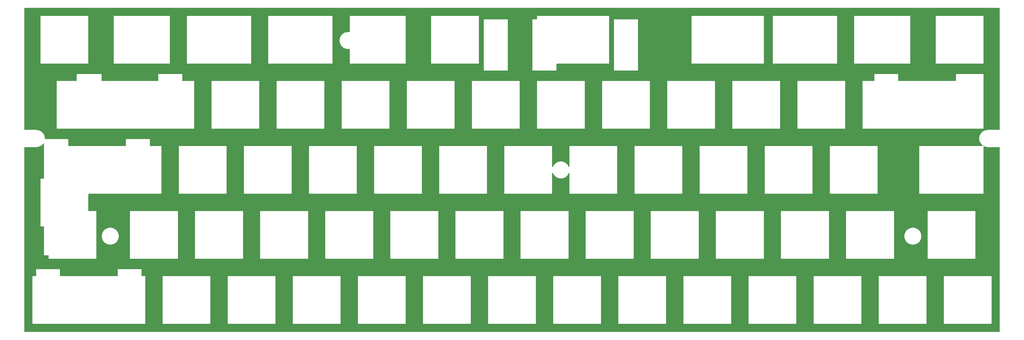
<source format=gbr>
G04 #@! TF.GenerationSoftware,KiCad,Pcbnew,(5.99.0-12762-g961c127ebe)*
G04 #@! TF.CreationDate,2021-11-23T00:09:19+09:00*
G04 #@! TF.ProjectId,plate3,706c6174-6533-42e6-9b69-6361645f7063,rev?*
G04 #@! TF.SameCoordinates,Original*
G04 #@! TF.FileFunction,Soldermask,Top*
G04 #@! TF.FilePolarity,Negative*
%FSLAX46Y46*%
G04 Gerber Fmt 4.6, Leading zero omitted, Abs format (unit mm)*
G04 Created by KiCad (PCBNEW (5.99.0-12762-g961c127ebe)) date 2021-11-23 00:09:19*
%MOMM*%
%LPD*%
G01*
G04 APERTURE LIST*
G04 APERTURE END LIST*
G36*
X301159925Y-37782602D02*
G01*
X301206418Y-37836258D01*
X301217804Y-37888597D01*
X301218713Y-73372197D01*
X301198713Y-73440318D01*
X301145058Y-73486812D01*
X301092713Y-73498200D01*
X297723465Y-73498200D01*
X297713596Y-73498978D01*
X296955193Y-73619350D01*
X296936602Y-73625389D01*
X296258383Y-73970579D01*
X296242461Y-73982156D01*
X295703883Y-74522011D01*
X295692427Y-74537794D01*
X295345879Y-75217574D01*
X295339825Y-75236185D01*
X295220311Y-75988085D01*
X295220308Y-76007718D01*
X295339826Y-76761401D01*
X295345887Y-76780039D01*
X295692432Y-77459519D01*
X295703870Y-77475280D01*
X296211743Y-77984634D01*
X296245677Y-78046996D01*
X296240509Y-78117804D01*
X296197880Y-78174578D01*
X296131324Y-78199292D01*
X296122518Y-78199600D01*
X277755165Y-78199600D01*
X277739926Y-78204075D01*
X277738721Y-78205465D01*
X277737050Y-78213148D01*
X277737050Y-92181485D01*
X277741525Y-92196724D01*
X277742915Y-92197929D01*
X277750598Y-92199600D01*
X296481435Y-92199600D01*
X296496674Y-92195125D01*
X296497879Y-92193735D01*
X296499550Y-92186052D01*
X296499550Y-78355092D01*
X296519552Y-78286971D01*
X296573208Y-78240478D01*
X296643482Y-78230374D01*
X296682664Y-78242780D01*
X296936619Y-78371924D01*
X296955172Y-78377950D01*
X297712210Y-78498319D01*
X297722095Y-78499100D01*
X301092714Y-78499100D01*
X301160835Y-78519102D01*
X301207328Y-78572758D01*
X301218714Y-78625102D01*
X301217803Y-132510603D01*
X301197800Y-132578724D01*
X301144143Y-132625216D01*
X301091803Y-132636601D01*
X15969800Y-132636601D01*
X15901679Y-132616599D01*
X15855186Y-132562943D01*
X15843800Y-132510601D01*
X15843800Y-130281485D01*
X18180787Y-130281485D01*
X18185262Y-130296724D01*
X18186652Y-130297929D01*
X18194335Y-130299600D01*
X51212674Y-130299600D01*
X51227913Y-130295125D01*
X51229118Y-130293735D01*
X51230789Y-130286052D01*
X51230789Y-130281485D01*
X56280800Y-130281485D01*
X56285275Y-130296724D01*
X56286665Y-130297929D01*
X56294348Y-130299600D01*
X70262685Y-130299600D01*
X70277924Y-130295125D01*
X70279129Y-130293735D01*
X70280800Y-130286052D01*
X70280800Y-130281485D01*
X75330800Y-130281485D01*
X75335275Y-130296724D01*
X75336665Y-130297929D01*
X75344348Y-130299600D01*
X89312685Y-130299600D01*
X89327924Y-130295125D01*
X89329129Y-130293735D01*
X89330800Y-130286052D01*
X89330800Y-130281485D01*
X94380800Y-130281485D01*
X94385275Y-130296724D01*
X94386665Y-130297929D01*
X94394348Y-130299600D01*
X108362685Y-130299600D01*
X108377924Y-130295125D01*
X108379129Y-130293735D01*
X108380800Y-130286052D01*
X108380800Y-130281485D01*
X113430800Y-130281485D01*
X113435275Y-130296724D01*
X113436665Y-130297929D01*
X113444348Y-130299600D01*
X127412685Y-130299600D01*
X127427924Y-130295125D01*
X127429129Y-130293735D01*
X127430800Y-130286052D01*
X127430800Y-130281485D01*
X132480800Y-130281485D01*
X132485275Y-130296724D01*
X132486665Y-130297929D01*
X132494348Y-130299600D01*
X146462685Y-130299600D01*
X146477924Y-130295125D01*
X146479129Y-130293735D01*
X146480800Y-130286052D01*
X146480800Y-130281485D01*
X151530800Y-130281485D01*
X151535275Y-130296724D01*
X151536665Y-130297929D01*
X151544348Y-130299600D01*
X165512685Y-130299600D01*
X165527924Y-130295125D01*
X165529129Y-130293735D01*
X165530800Y-130286052D01*
X165530800Y-130281485D01*
X170580801Y-130281485D01*
X170585276Y-130296724D01*
X170586666Y-130297929D01*
X170594349Y-130299600D01*
X184562685Y-130299600D01*
X184577924Y-130295125D01*
X184579129Y-130293735D01*
X184580800Y-130286052D01*
X184580800Y-130281485D01*
X189630800Y-130281485D01*
X189635275Y-130296724D01*
X189636665Y-130297929D01*
X189644348Y-130299600D01*
X203612685Y-130299600D01*
X203627924Y-130295125D01*
X203629129Y-130293735D01*
X203630800Y-130286052D01*
X203630800Y-130281485D01*
X208680800Y-130281485D01*
X208685275Y-130296724D01*
X208686665Y-130297929D01*
X208694348Y-130299600D01*
X222662685Y-130299600D01*
X222677924Y-130295125D01*
X222679129Y-130293735D01*
X222680800Y-130286052D01*
X222680800Y-130281485D01*
X227730800Y-130281485D01*
X227735275Y-130296724D01*
X227736665Y-130297929D01*
X227744348Y-130299600D01*
X241712685Y-130299600D01*
X241727924Y-130295125D01*
X241729129Y-130293735D01*
X241730800Y-130286052D01*
X241730800Y-130281485D01*
X246780800Y-130281485D01*
X246785275Y-130296724D01*
X246786665Y-130297929D01*
X246794348Y-130299600D01*
X260762685Y-130299600D01*
X260777924Y-130295125D01*
X260779129Y-130293735D01*
X260780800Y-130286052D01*
X260780800Y-130281485D01*
X265830800Y-130281485D01*
X265835275Y-130296724D01*
X265836665Y-130297929D01*
X265844348Y-130299600D01*
X279812685Y-130299600D01*
X279827924Y-130295125D01*
X279829129Y-130293735D01*
X279830800Y-130286052D01*
X279830800Y-130281485D01*
X284880801Y-130281485D01*
X284885276Y-130296724D01*
X284886666Y-130297929D01*
X284894349Y-130299600D01*
X298862685Y-130299600D01*
X298877924Y-130295125D01*
X298879129Y-130293735D01*
X298880800Y-130286052D01*
X298880800Y-116317716D01*
X298876325Y-116302477D01*
X298874935Y-116301272D01*
X298867252Y-116299601D01*
X284898916Y-116299601D01*
X284883677Y-116304076D01*
X284882472Y-116305466D01*
X284880801Y-116313149D01*
X284880801Y-130281485D01*
X279830800Y-130281485D01*
X279830800Y-116317716D01*
X279826325Y-116302477D01*
X279824935Y-116301272D01*
X279817252Y-116299601D01*
X265848915Y-116299601D01*
X265833676Y-116304076D01*
X265832471Y-116305466D01*
X265830800Y-116313149D01*
X265830800Y-130281485D01*
X260780800Y-130281485D01*
X260780800Y-116317716D01*
X260776325Y-116302477D01*
X260774935Y-116301272D01*
X260767252Y-116299601D01*
X246798915Y-116299601D01*
X246783676Y-116304076D01*
X246782471Y-116305466D01*
X246780800Y-116313149D01*
X246780800Y-130281485D01*
X241730800Y-130281485D01*
X241730800Y-116317716D01*
X241726325Y-116302477D01*
X241724935Y-116301272D01*
X241717252Y-116299601D01*
X227748915Y-116299601D01*
X227733676Y-116304076D01*
X227732471Y-116305466D01*
X227730800Y-116313149D01*
X227730800Y-130281485D01*
X222680800Y-130281485D01*
X222680800Y-116317716D01*
X222676325Y-116302477D01*
X222674935Y-116301272D01*
X222667252Y-116299601D01*
X208698915Y-116299601D01*
X208683676Y-116304076D01*
X208682471Y-116305466D01*
X208680800Y-116313149D01*
X208680800Y-130281485D01*
X203630800Y-130281485D01*
X203630800Y-116317716D01*
X203626325Y-116302477D01*
X203624935Y-116301272D01*
X203617252Y-116299601D01*
X189648915Y-116299601D01*
X189633676Y-116304076D01*
X189632471Y-116305466D01*
X189630800Y-116313149D01*
X189630800Y-130281485D01*
X184580800Y-130281485D01*
X184580800Y-116317716D01*
X184576325Y-116302477D01*
X184574935Y-116301272D01*
X184567252Y-116299601D01*
X170598916Y-116299601D01*
X170583677Y-116304076D01*
X170582472Y-116305466D01*
X170580801Y-116313149D01*
X170580801Y-130281485D01*
X165530800Y-130281485D01*
X165530800Y-116317716D01*
X165526325Y-116302477D01*
X165524935Y-116301272D01*
X165517252Y-116299601D01*
X151548915Y-116299601D01*
X151533676Y-116304076D01*
X151532471Y-116305466D01*
X151530800Y-116313149D01*
X151530800Y-130281485D01*
X146480800Y-130281485D01*
X146480800Y-116317716D01*
X146476325Y-116302477D01*
X146474935Y-116301272D01*
X146467252Y-116299601D01*
X132498915Y-116299601D01*
X132483676Y-116304076D01*
X132482471Y-116305466D01*
X132480800Y-116313149D01*
X132480800Y-130281485D01*
X127430800Y-130281485D01*
X127430800Y-116317716D01*
X127426325Y-116302477D01*
X127424935Y-116301272D01*
X127417252Y-116299601D01*
X113448915Y-116299601D01*
X113433676Y-116304076D01*
X113432471Y-116305466D01*
X113430800Y-116313149D01*
X113430800Y-130281485D01*
X108380800Y-130281485D01*
X108380800Y-116317716D01*
X108376325Y-116302477D01*
X108374935Y-116301272D01*
X108367252Y-116299601D01*
X94398915Y-116299601D01*
X94383676Y-116304076D01*
X94382471Y-116305466D01*
X94380800Y-116313149D01*
X94380800Y-130281485D01*
X89330800Y-130281485D01*
X89330800Y-116317716D01*
X89326325Y-116302477D01*
X89324935Y-116301272D01*
X89317252Y-116299601D01*
X75348915Y-116299601D01*
X75333676Y-116304076D01*
X75332471Y-116305466D01*
X75330800Y-116313149D01*
X75330800Y-130281485D01*
X70280800Y-130281485D01*
X70280800Y-116317716D01*
X70276325Y-116302477D01*
X70274935Y-116301272D01*
X70267252Y-116299601D01*
X56298915Y-116299601D01*
X56283676Y-116304076D01*
X56282471Y-116305466D01*
X56280800Y-116313149D01*
X56280800Y-130281485D01*
X51230789Y-130281485D01*
X51230789Y-116317715D01*
X51226314Y-116302476D01*
X51224924Y-116301271D01*
X51217241Y-116299600D01*
X50269880Y-116299600D01*
X50201759Y-116279598D01*
X50155266Y-116225942D01*
X50143880Y-116173605D01*
X50143801Y-114317717D01*
X50139325Y-114302476D01*
X50137933Y-114301270D01*
X50130256Y-114299600D01*
X43161915Y-114299600D01*
X43146676Y-114304075D01*
X43145471Y-114305465D01*
X43143800Y-114313148D01*
X43143800Y-116173600D01*
X43123798Y-116241721D01*
X43070142Y-116288214D01*
X43017800Y-116299600D01*
X41705800Y-116299601D01*
X26393733Y-116299601D01*
X26325612Y-116279599D01*
X26279119Y-116225943D01*
X26267733Y-116173596D01*
X26267799Y-114317715D01*
X26263325Y-114302476D01*
X26261935Y-114301271D01*
X26254253Y-114299600D01*
X19285915Y-114299600D01*
X19270676Y-114304075D01*
X19269471Y-114305465D01*
X19267800Y-114313148D01*
X19267800Y-116173600D01*
X19247798Y-116241721D01*
X19194142Y-116288214D01*
X19141800Y-116299600D01*
X18198902Y-116299600D01*
X18183663Y-116304075D01*
X18182458Y-116305465D01*
X18180787Y-116313148D01*
X18180787Y-130281485D01*
X15843800Y-130281485D01*
X15843800Y-78625100D01*
X15863802Y-78556979D01*
X15917458Y-78510486D01*
X15969800Y-78499100D01*
X19339838Y-78499100D01*
X19349701Y-78498322D01*
X20108044Y-78377949D01*
X20126607Y-78371922D01*
X20804905Y-78027024D01*
X20820847Y-78015439D01*
X21346858Y-77488285D01*
X21409133Y-77454193D01*
X21479954Y-77459181D01*
X21536836Y-77501666D01*
X21561719Y-77568159D01*
X21562050Y-77577284D01*
X21562050Y-87598600D01*
X21542048Y-87666721D01*
X21488392Y-87713214D01*
X21436050Y-87724600D01*
X20580165Y-87724600D01*
X20564926Y-87729075D01*
X20563721Y-87730465D01*
X20562050Y-87738148D01*
X20562050Y-101706485D01*
X20566525Y-101721724D01*
X20567915Y-101722929D01*
X20575598Y-101724600D01*
X21436050Y-101724600D01*
X21504171Y-101744602D01*
X21550664Y-101798258D01*
X21562050Y-101850600D01*
X21562050Y-110144485D01*
X21566525Y-110159724D01*
X21567915Y-110160929D01*
X21575598Y-110162600D01*
X22817300Y-110162600D01*
X22885421Y-110182602D01*
X22931914Y-110236258D01*
X22943300Y-110288600D01*
X22943300Y-111231486D01*
X22947775Y-111246725D01*
X22949165Y-111247930D01*
X22956848Y-111249601D01*
X36925185Y-111249601D01*
X36940424Y-111245126D01*
X36941629Y-111243736D01*
X36943300Y-111236053D01*
X36943300Y-111231486D01*
X46755800Y-111231486D01*
X46760275Y-111246725D01*
X46761665Y-111247930D01*
X46769348Y-111249601D01*
X60737685Y-111249601D01*
X60752924Y-111245126D01*
X60754129Y-111243736D01*
X60755800Y-111236053D01*
X60755800Y-111231486D01*
X65805800Y-111231486D01*
X65810275Y-111246725D01*
X65811665Y-111247930D01*
X65819348Y-111249601D01*
X79787685Y-111249601D01*
X79802924Y-111245126D01*
X79804129Y-111243736D01*
X79805800Y-111236053D01*
X79805800Y-111231486D01*
X84855800Y-111231486D01*
X84860275Y-111246725D01*
X84861665Y-111247930D01*
X84869348Y-111249601D01*
X98837685Y-111249601D01*
X98852924Y-111245126D01*
X98854129Y-111243736D01*
X98855800Y-111236053D01*
X98855800Y-111231486D01*
X103905800Y-111231486D01*
X103910275Y-111246725D01*
X103911665Y-111247930D01*
X103919348Y-111249601D01*
X117887685Y-111249601D01*
X117902924Y-111245126D01*
X117904129Y-111243736D01*
X117905800Y-111236053D01*
X117905800Y-111231486D01*
X122955800Y-111231486D01*
X122960275Y-111246725D01*
X122961665Y-111247930D01*
X122969348Y-111249601D01*
X136937685Y-111249601D01*
X136952924Y-111245126D01*
X136954129Y-111243736D01*
X136955800Y-111236053D01*
X136955800Y-111231486D01*
X142005800Y-111231486D01*
X142010275Y-111246725D01*
X142011665Y-111247930D01*
X142019348Y-111249601D01*
X155987685Y-111249601D01*
X156002924Y-111245126D01*
X156004129Y-111243736D01*
X156005800Y-111236053D01*
X156005800Y-111231486D01*
X161055800Y-111231486D01*
X161060275Y-111246725D01*
X161061665Y-111247930D01*
X161069348Y-111249601D01*
X175037685Y-111249601D01*
X175052924Y-111245126D01*
X175054129Y-111243736D01*
X175055800Y-111236053D01*
X175055800Y-111231486D01*
X180105800Y-111231486D01*
X180110275Y-111246725D01*
X180111665Y-111247930D01*
X180119348Y-111249601D01*
X194087685Y-111249601D01*
X194102924Y-111245126D01*
X194104129Y-111243736D01*
X194105800Y-111236053D01*
X194105800Y-111231486D01*
X199155800Y-111231486D01*
X199160275Y-111246725D01*
X199161665Y-111247930D01*
X199169348Y-111249601D01*
X213137685Y-111249601D01*
X213152924Y-111245126D01*
X213154129Y-111243736D01*
X213155800Y-111236053D01*
X213155800Y-111231486D01*
X218205800Y-111231486D01*
X218210275Y-111246725D01*
X218211665Y-111247930D01*
X218219348Y-111249601D01*
X232187685Y-111249601D01*
X232202924Y-111245126D01*
X232204129Y-111243736D01*
X232205800Y-111236053D01*
X232205800Y-111231486D01*
X237255800Y-111231486D01*
X237260275Y-111246725D01*
X237261665Y-111247930D01*
X237269348Y-111249601D01*
X251237685Y-111249601D01*
X251252924Y-111245126D01*
X251254129Y-111243736D01*
X251255800Y-111236053D01*
X251255800Y-111231486D01*
X256305800Y-111231486D01*
X256310275Y-111246725D01*
X256311665Y-111247930D01*
X256319348Y-111249601D01*
X270287686Y-111249601D01*
X270302925Y-111245126D01*
X270304130Y-111243736D01*
X270305801Y-111236053D01*
X270305801Y-111231486D01*
X280118300Y-111231486D01*
X280122775Y-111246725D01*
X280124165Y-111247930D01*
X280131848Y-111249601D01*
X294100185Y-111249601D01*
X294115424Y-111245126D01*
X294116629Y-111243736D01*
X294118300Y-111236053D01*
X294118300Y-97267715D01*
X294113825Y-97252476D01*
X294112435Y-97251271D01*
X294104752Y-97249600D01*
X280136415Y-97249600D01*
X280121176Y-97254075D01*
X280119971Y-97255465D01*
X280118300Y-97263148D01*
X280118300Y-111231486D01*
X270305801Y-111231486D01*
X270305801Y-104607806D01*
X273332954Y-104607806D01*
X273452436Y-105362426D01*
X273458562Y-105381198D01*
X273806448Y-106059717D01*
X273817787Y-106075320D01*
X274355042Y-106615109D01*
X274371015Y-106626739D01*
X275049175Y-106971909D01*
X275067784Y-106977950D01*
X275821310Y-107097251D01*
X275840890Y-107097251D01*
X276594418Y-106977950D01*
X276613027Y-106971909D01*
X277291255Y-106626703D01*
X277307120Y-106615184D01*
X277847069Y-106075430D01*
X277858608Y-106059540D01*
X278203714Y-105381121D01*
X278209749Y-105362527D01*
X278329346Y-104607815D01*
X278329341Y-104588189D01*
X278209751Y-103835855D01*
X278203720Y-103817296D01*
X277858609Y-103138964D01*
X277847067Y-103123069D01*
X277307124Y-102583223D01*
X277291251Y-102571696D01*
X276612980Y-102226469D01*
X276594474Y-102220443D01*
X275840998Y-102099785D01*
X275821202Y-102099785D01*
X275067728Y-102220443D01*
X275049222Y-102226469D01*
X274371021Y-102571660D01*
X274355038Y-102583296D01*
X273817785Y-103123184D01*
X273806448Y-103138785D01*
X273458557Y-103817214D01*
X273452434Y-103835964D01*
X273332958Y-104588195D01*
X273332954Y-104607806D01*
X270305801Y-104607806D01*
X270305801Y-97267715D01*
X270301326Y-97252476D01*
X270299936Y-97251271D01*
X270292253Y-97249600D01*
X256323915Y-97249600D01*
X256308676Y-97254075D01*
X256307471Y-97255465D01*
X256305800Y-97263148D01*
X256305800Y-111231486D01*
X251255800Y-111231486D01*
X251255800Y-97267715D01*
X251251325Y-97252476D01*
X251249935Y-97251271D01*
X251242252Y-97249600D01*
X237273915Y-97249600D01*
X237258676Y-97254075D01*
X237257471Y-97255465D01*
X237255800Y-97263148D01*
X237255800Y-111231486D01*
X232205800Y-111231486D01*
X232205800Y-97267715D01*
X232201325Y-97252476D01*
X232199935Y-97251271D01*
X232192252Y-97249600D01*
X218223915Y-97249600D01*
X218208676Y-97254075D01*
X218207471Y-97255465D01*
X218205800Y-97263148D01*
X218205800Y-111231486D01*
X213155800Y-111231486D01*
X213155800Y-97267715D01*
X213151325Y-97252476D01*
X213149935Y-97251271D01*
X213142252Y-97249600D01*
X199173915Y-97249600D01*
X199158676Y-97254075D01*
X199157471Y-97255465D01*
X199155800Y-97263148D01*
X199155800Y-111231486D01*
X194105800Y-111231486D01*
X194105800Y-97267715D01*
X194101325Y-97252476D01*
X194099935Y-97251271D01*
X194092252Y-97249600D01*
X180123915Y-97249600D01*
X180108676Y-97254075D01*
X180107471Y-97255465D01*
X180105800Y-97263148D01*
X180105800Y-111231486D01*
X175055800Y-111231486D01*
X175055800Y-97267715D01*
X175051325Y-97252476D01*
X175049935Y-97251271D01*
X175042252Y-97249600D01*
X161073915Y-97249600D01*
X161058676Y-97254075D01*
X161057471Y-97255465D01*
X161055800Y-97263148D01*
X161055800Y-111231486D01*
X156005800Y-111231486D01*
X156005800Y-97267715D01*
X156001325Y-97252476D01*
X155999935Y-97251271D01*
X155992252Y-97249600D01*
X142023915Y-97249600D01*
X142008676Y-97254075D01*
X142007471Y-97255465D01*
X142005800Y-97263148D01*
X142005800Y-111231486D01*
X136955800Y-111231486D01*
X136955800Y-97267715D01*
X136951325Y-97252476D01*
X136949935Y-97251271D01*
X136942252Y-97249600D01*
X122973915Y-97249600D01*
X122958676Y-97254075D01*
X122957471Y-97255465D01*
X122955800Y-97263148D01*
X122955800Y-111231486D01*
X117905800Y-111231486D01*
X117905800Y-97267715D01*
X117901325Y-97252476D01*
X117899935Y-97251271D01*
X117892252Y-97249600D01*
X103923915Y-97249600D01*
X103908676Y-97254075D01*
X103907471Y-97255465D01*
X103905800Y-97263148D01*
X103905800Y-111231486D01*
X98855800Y-111231486D01*
X98855800Y-97267715D01*
X98851325Y-97252476D01*
X98849935Y-97251271D01*
X98842252Y-97249600D01*
X84873915Y-97249600D01*
X84858676Y-97254075D01*
X84857471Y-97255465D01*
X84855800Y-97263148D01*
X84855800Y-111231486D01*
X79805800Y-111231486D01*
X79805800Y-97267715D01*
X79801325Y-97252476D01*
X79799935Y-97251271D01*
X79792252Y-97249600D01*
X65823915Y-97249600D01*
X65808676Y-97254075D01*
X65807471Y-97255465D01*
X65805800Y-97263148D01*
X65805800Y-111231486D01*
X60755800Y-111231486D01*
X60755800Y-97267715D01*
X60751325Y-97252476D01*
X60749935Y-97251271D01*
X60742252Y-97249600D01*
X46773915Y-97249600D01*
X46758676Y-97254075D01*
X46757471Y-97255465D01*
X46755800Y-97263148D01*
X46755800Y-111231486D01*
X36943300Y-111231486D01*
X36943300Y-104607837D01*
X38483364Y-104607837D01*
X38603245Y-105362512D01*
X38609303Y-105381130D01*
X38955311Y-106059600D01*
X38966781Y-106075392D01*
X39505752Y-106615142D01*
X39521693Y-106626720D01*
X40200998Y-106971928D01*
X40219551Y-106977947D01*
X40972006Y-107097248D01*
X40991596Y-107097250D01*
X41745042Y-106977946D01*
X41763608Y-106971925D01*
X42442908Y-106626720D01*
X42458849Y-106615142D01*
X42997819Y-106075392D01*
X43009289Y-106059600D01*
X43355279Y-105381167D01*
X43361349Y-105362468D01*
X43480263Y-104607764D01*
X43480258Y-104588240D01*
X43361352Y-103835923D01*
X43355283Y-103817245D01*
X43009288Y-103138901D01*
X42997821Y-103123110D01*
X42458847Y-102583259D01*
X42442906Y-102571680D01*
X41763566Y-102226455D01*
X41745091Y-102220446D01*
X40991710Y-102099787D01*
X40971892Y-102099789D01*
X40219500Y-102220446D01*
X40201044Y-102226451D01*
X39521691Y-102571682D01*
X39505755Y-102583257D01*
X38966779Y-103123110D01*
X38955312Y-103138901D01*
X38609298Y-103817283D01*
X38603242Y-103835878D01*
X38483368Y-104588164D01*
X38483364Y-104607837D01*
X36943300Y-104607837D01*
X36943300Y-97267715D01*
X36938825Y-97252476D01*
X36937435Y-97251271D01*
X36929752Y-97249600D01*
X34688050Y-97249600D01*
X34619929Y-97229598D01*
X34573436Y-97175942D01*
X34562050Y-97123600D01*
X34562050Y-92331273D01*
X34582052Y-92263152D01*
X34635708Y-92216659D01*
X34687952Y-92205273D01*
X41993300Y-92199600D01*
X55975185Y-92199600D01*
X55990424Y-92195125D01*
X55991629Y-92193735D01*
X55993300Y-92186052D01*
X55993300Y-92181485D01*
X61043300Y-92181485D01*
X61047775Y-92196724D01*
X61049165Y-92197929D01*
X61056848Y-92199600D01*
X75025185Y-92199600D01*
X75040424Y-92195125D01*
X75041629Y-92193735D01*
X75043300Y-92186052D01*
X75043300Y-92181485D01*
X80093300Y-92181485D01*
X80097775Y-92196724D01*
X80099165Y-92197929D01*
X80106848Y-92199600D01*
X94075185Y-92199600D01*
X94090424Y-92195125D01*
X94091629Y-92193735D01*
X94093300Y-92186052D01*
X94093300Y-92181485D01*
X99143300Y-92181485D01*
X99147775Y-92196724D01*
X99149165Y-92197929D01*
X99156848Y-92199600D01*
X113125185Y-92199600D01*
X113140424Y-92195125D01*
X113141629Y-92193735D01*
X113143300Y-92186052D01*
X113143300Y-92181485D01*
X118193300Y-92181485D01*
X118197775Y-92196724D01*
X118199165Y-92197929D01*
X118206848Y-92199600D01*
X132175185Y-92199600D01*
X132190424Y-92195125D01*
X132191629Y-92193735D01*
X132193300Y-92186052D01*
X132193300Y-92181485D01*
X137243300Y-92181485D01*
X137247775Y-92196724D01*
X137249165Y-92197929D01*
X137256848Y-92199600D01*
X151225185Y-92199600D01*
X151240424Y-92195125D01*
X151241629Y-92193735D01*
X151243300Y-92186052D01*
X151243300Y-92181485D01*
X156293300Y-92181485D01*
X156297775Y-92196724D01*
X156299165Y-92197929D01*
X156306848Y-92199600D01*
X170275185Y-92199600D01*
X170290424Y-92195125D01*
X170291629Y-92193735D01*
X170293300Y-92186052D01*
X170293300Y-86182435D01*
X170313302Y-86114314D01*
X170366958Y-86067821D01*
X170437232Y-86057717D01*
X170501812Y-86087211D01*
X170531598Y-86125293D01*
X170803299Y-86659255D01*
X170814819Y-86675122D01*
X171354773Y-87215271D01*
X171370655Y-87226807D01*
X172048925Y-87571985D01*
X172067639Y-87578041D01*
X172821115Y-87695985D01*
X172840485Y-87695985D01*
X173593961Y-87578041D01*
X173612675Y-87571985D01*
X174290945Y-87226807D01*
X174306827Y-87215271D01*
X174846855Y-86675048D01*
X174858284Y-86659363D01*
X175105198Y-86178191D01*
X175154094Y-86126716D01*
X175223058Y-86109848D01*
X175290194Y-86132942D01*
X175334186Y-86188666D01*
X175343300Y-86235716D01*
X175343300Y-92181485D01*
X175347775Y-92196724D01*
X175349165Y-92197929D01*
X175356848Y-92199600D01*
X189325185Y-92199600D01*
X189340424Y-92195125D01*
X189341629Y-92193735D01*
X189343300Y-92186052D01*
X189343300Y-92181485D01*
X194393300Y-92181485D01*
X194397775Y-92196724D01*
X194399165Y-92197929D01*
X194406848Y-92199600D01*
X208375185Y-92199600D01*
X208390424Y-92195125D01*
X208391629Y-92193735D01*
X208393300Y-92186052D01*
X208393300Y-92181485D01*
X213443300Y-92181485D01*
X213447775Y-92196724D01*
X213449165Y-92197929D01*
X213456848Y-92199600D01*
X227425185Y-92199600D01*
X227440424Y-92195125D01*
X227441629Y-92193735D01*
X227443300Y-92186052D01*
X227443300Y-92181485D01*
X232493300Y-92181485D01*
X232497775Y-92196724D01*
X232499165Y-92197929D01*
X232506848Y-92199600D01*
X246475185Y-92199600D01*
X246490424Y-92195125D01*
X246491629Y-92193735D01*
X246493300Y-92186052D01*
X246493300Y-92181485D01*
X251543300Y-92181485D01*
X251547775Y-92196724D01*
X251549165Y-92197929D01*
X251556848Y-92199600D01*
X265525185Y-92199600D01*
X265540424Y-92195125D01*
X265541629Y-92193735D01*
X265543300Y-92186052D01*
X265543300Y-78217715D01*
X265538825Y-78202476D01*
X265537435Y-78201271D01*
X265529752Y-78199600D01*
X251561415Y-78199600D01*
X251546176Y-78204075D01*
X251544971Y-78205465D01*
X251543300Y-78213148D01*
X251543300Y-92181485D01*
X246493300Y-92181485D01*
X246493300Y-78217715D01*
X246488825Y-78202476D01*
X246487435Y-78201271D01*
X246479752Y-78199600D01*
X232511415Y-78199600D01*
X232496176Y-78204075D01*
X232494971Y-78205465D01*
X232493300Y-78213148D01*
X232493300Y-92181485D01*
X227443300Y-92181485D01*
X227443300Y-78217715D01*
X227438825Y-78202476D01*
X227437435Y-78201271D01*
X227429752Y-78199600D01*
X213461415Y-78199600D01*
X213446176Y-78204075D01*
X213444971Y-78205465D01*
X213443300Y-78213148D01*
X213443300Y-92181485D01*
X208393300Y-92181485D01*
X208393300Y-78217715D01*
X208388825Y-78202476D01*
X208387435Y-78201271D01*
X208379752Y-78199600D01*
X194411415Y-78199600D01*
X194396176Y-78204075D01*
X194394971Y-78205465D01*
X194393300Y-78213148D01*
X194393300Y-92181485D01*
X189343300Y-92181485D01*
X189343300Y-78217715D01*
X189338825Y-78202476D01*
X189337435Y-78201271D01*
X189329752Y-78199600D01*
X175361415Y-78199600D01*
X175346176Y-78204075D01*
X175344971Y-78205465D01*
X175343300Y-78213148D01*
X175343300Y-84162352D01*
X175323298Y-84230473D01*
X175269642Y-84276966D01*
X175199368Y-84287070D01*
X175134788Y-84257576D01*
X175105138Y-84219760D01*
X174858312Y-83737515D01*
X174846788Y-83721709D01*
X174306762Y-83183242D01*
X174291046Y-83171827D01*
X173612643Y-82825219D01*
X173593993Y-82819143D01*
X172840620Y-82699460D01*
X172820980Y-82699460D01*
X172067607Y-82819143D01*
X172048957Y-82825219D01*
X171370554Y-83171827D01*
X171354838Y-83183242D01*
X170814889Y-83721631D01*
X170803269Y-83737628D01*
X170531658Y-84272794D01*
X170482991Y-84324487D01*
X170414104Y-84341663D01*
X170346866Y-84318868D01*
X170302625Y-84263341D01*
X170293300Y-84215770D01*
X170293300Y-78217715D01*
X170288825Y-78202476D01*
X170287435Y-78201271D01*
X170279752Y-78199600D01*
X156311415Y-78199600D01*
X156296176Y-78204075D01*
X156294971Y-78205465D01*
X156293300Y-78213148D01*
X156293300Y-92181485D01*
X151243300Y-92181485D01*
X151243300Y-78217715D01*
X151238825Y-78202476D01*
X151237435Y-78201271D01*
X151229752Y-78199600D01*
X137261415Y-78199600D01*
X137246176Y-78204075D01*
X137244971Y-78205465D01*
X137243300Y-78213148D01*
X137243300Y-92181485D01*
X132193300Y-92181485D01*
X132193300Y-78217715D01*
X132188825Y-78202476D01*
X132187435Y-78201271D01*
X132179752Y-78199600D01*
X118211415Y-78199600D01*
X118196176Y-78204075D01*
X118194971Y-78205465D01*
X118193300Y-78213148D01*
X118193300Y-92181485D01*
X113143300Y-92181485D01*
X113143300Y-78217715D01*
X113138825Y-78202476D01*
X113137435Y-78201271D01*
X113129752Y-78199600D01*
X99161415Y-78199600D01*
X99146176Y-78204075D01*
X99144971Y-78205465D01*
X99143300Y-78213148D01*
X99143300Y-92181485D01*
X94093300Y-92181485D01*
X94093300Y-78217715D01*
X94088825Y-78202476D01*
X94087435Y-78201271D01*
X94079752Y-78199600D01*
X80111415Y-78199600D01*
X80096176Y-78204075D01*
X80094971Y-78205465D01*
X80093300Y-78213148D01*
X80093300Y-92181485D01*
X75043300Y-92181485D01*
X75043300Y-78217715D01*
X75038825Y-78202476D01*
X75037435Y-78201271D01*
X75029752Y-78199600D01*
X61061415Y-78199600D01*
X61046176Y-78204075D01*
X61044971Y-78205465D01*
X61043300Y-78213148D01*
X61043300Y-92181485D01*
X55993300Y-92181485D01*
X55993300Y-78217715D01*
X55988825Y-78202476D01*
X55987435Y-78201271D01*
X55979752Y-78199600D01*
X52651050Y-78199600D01*
X52582929Y-78179598D01*
X52536436Y-78125942D01*
X52525050Y-78073600D01*
X52525050Y-76217715D01*
X52520575Y-76202476D01*
X52519185Y-76201271D01*
X52511502Y-76199600D01*
X45543165Y-76199600D01*
X45527926Y-76204075D01*
X45526721Y-76205465D01*
X45525050Y-76213148D01*
X45525050Y-78073600D01*
X45505048Y-78141721D01*
X45451392Y-78188214D01*
X45399050Y-78199600D01*
X28775050Y-78199600D01*
X28706929Y-78179598D01*
X28660436Y-78125942D01*
X28649050Y-78073600D01*
X28649050Y-76217715D01*
X28644575Y-76202476D01*
X28643185Y-76201271D01*
X28635502Y-76199600D01*
X21959565Y-76199600D01*
X21891444Y-76179598D01*
X21844951Y-76125942D01*
X21835135Y-76053769D01*
X21842231Y-76009243D01*
X21842234Y-75989558D01*
X21722346Y-75236119D01*
X21716345Y-75217623D01*
X21371299Y-74537862D01*
X21359779Y-74521967D01*
X20820836Y-73982147D01*
X20804926Y-73970584D01*
X20126611Y-73625385D01*
X20108035Y-73619351D01*
X19349701Y-73498978D01*
X19339838Y-73498200D01*
X15969800Y-73498200D01*
X15901679Y-73478198D01*
X15855186Y-73424542D01*
X15843800Y-73372200D01*
X15843800Y-73131485D01*
X25324550Y-73131485D01*
X25329025Y-73146724D01*
X25330415Y-73147929D01*
X25338098Y-73149600D01*
X65500185Y-73149600D01*
X65515424Y-73145125D01*
X65516629Y-73143735D01*
X65518300Y-73136052D01*
X65518300Y-73131485D01*
X70568300Y-73131485D01*
X70572775Y-73146724D01*
X70574165Y-73147929D01*
X70581848Y-73149600D01*
X84550185Y-73149600D01*
X84565424Y-73145125D01*
X84566629Y-73143735D01*
X84568300Y-73136052D01*
X84568300Y-73131485D01*
X89618300Y-73131485D01*
X89622775Y-73146724D01*
X89624165Y-73147929D01*
X89631848Y-73149600D01*
X103600185Y-73149600D01*
X103615424Y-73145125D01*
X103616629Y-73143735D01*
X103618300Y-73136052D01*
X103618300Y-73131485D01*
X108668300Y-73131485D01*
X108672775Y-73146724D01*
X108674165Y-73147929D01*
X108681848Y-73149600D01*
X122650185Y-73149600D01*
X122665424Y-73145125D01*
X122666629Y-73143735D01*
X122668300Y-73136052D01*
X122668300Y-73131485D01*
X127718300Y-73131485D01*
X127722775Y-73146724D01*
X127724165Y-73147929D01*
X127731848Y-73149600D01*
X141700185Y-73149600D01*
X141715424Y-73145125D01*
X141716629Y-73143735D01*
X141718300Y-73136052D01*
X141718300Y-73131485D01*
X146768300Y-73131485D01*
X146772775Y-73146724D01*
X146774165Y-73147929D01*
X146781848Y-73149600D01*
X160750185Y-73149600D01*
X160765424Y-73145125D01*
X160766629Y-73143735D01*
X160768300Y-73136052D01*
X160768300Y-73131485D01*
X165818300Y-73131485D01*
X165822775Y-73146724D01*
X165824165Y-73147929D01*
X165831848Y-73149600D01*
X179800185Y-73149600D01*
X179815424Y-73145125D01*
X179816629Y-73143735D01*
X179818300Y-73136052D01*
X179818300Y-73131485D01*
X184868300Y-73131485D01*
X184872775Y-73146724D01*
X184874165Y-73147929D01*
X184881848Y-73149600D01*
X198850185Y-73149600D01*
X198865424Y-73145125D01*
X198866629Y-73143735D01*
X198868300Y-73136052D01*
X198868300Y-73131485D01*
X203918300Y-73131485D01*
X203922775Y-73146724D01*
X203924165Y-73147929D01*
X203931848Y-73149600D01*
X217900185Y-73149600D01*
X217915424Y-73145125D01*
X217916629Y-73143735D01*
X217918300Y-73136052D01*
X217918300Y-73131485D01*
X222968300Y-73131485D01*
X222972775Y-73146724D01*
X222974165Y-73147929D01*
X222981848Y-73149600D01*
X236950185Y-73149600D01*
X236965424Y-73145125D01*
X236966629Y-73143735D01*
X236968300Y-73136052D01*
X236968300Y-73131485D01*
X242018300Y-73131485D01*
X242022775Y-73146724D01*
X242024165Y-73147929D01*
X242031848Y-73149600D01*
X256000185Y-73149600D01*
X256015424Y-73145125D01*
X256016629Y-73143735D01*
X256018300Y-73136052D01*
X256018300Y-73131485D01*
X261068301Y-73131485D01*
X261072776Y-73146724D01*
X261074166Y-73147929D01*
X261081849Y-73149600D01*
X296481435Y-73149600D01*
X296496674Y-73145125D01*
X296497879Y-73143735D01*
X296499550Y-73136052D01*
X296499550Y-57167715D01*
X296495075Y-57152476D01*
X296493685Y-57151271D01*
X296486002Y-57149600D01*
X288430666Y-57149600D01*
X288415427Y-57154075D01*
X288414222Y-57155465D01*
X288412551Y-57163148D01*
X288412551Y-59023600D01*
X288392549Y-59091721D01*
X288338893Y-59138214D01*
X288286551Y-59149600D01*
X271621494Y-59149600D01*
X271553373Y-59129598D01*
X271506880Y-59075942D01*
X271495494Y-59023600D01*
X271495494Y-57167715D01*
X271491019Y-57152476D01*
X271489629Y-57151271D01*
X271481946Y-57149600D01*
X264554665Y-57149600D01*
X264539426Y-57154075D01*
X264538221Y-57155465D01*
X264536550Y-57163148D01*
X264536550Y-59023501D01*
X264516548Y-59091622D01*
X264462892Y-59138115D01*
X264440877Y-59142904D01*
X264441314Y-59144392D01*
X264440977Y-59144491D01*
X264419140Y-59147633D01*
X264410550Y-59149501D01*
X264406151Y-59149501D01*
X264405463Y-59149600D01*
X261086416Y-59149600D01*
X261071177Y-59154075D01*
X261069972Y-59155465D01*
X261068301Y-59163148D01*
X261068301Y-73131485D01*
X256018300Y-73131485D01*
X256018300Y-59167715D01*
X256013825Y-59152476D01*
X256012435Y-59151271D01*
X256004752Y-59149600D01*
X242036415Y-59149600D01*
X242021176Y-59154075D01*
X242019971Y-59155465D01*
X242018300Y-59163148D01*
X242018300Y-73131485D01*
X236968300Y-73131485D01*
X236968300Y-59167715D01*
X236963825Y-59152476D01*
X236962435Y-59151271D01*
X236954752Y-59149600D01*
X222986415Y-59149600D01*
X222971176Y-59154075D01*
X222969971Y-59155465D01*
X222968300Y-59163148D01*
X222968300Y-73131485D01*
X217918300Y-73131485D01*
X217918300Y-59167715D01*
X217913825Y-59152476D01*
X217912435Y-59151271D01*
X217904752Y-59149600D01*
X203936415Y-59149600D01*
X203921176Y-59154075D01*
X203919971Y-59155465D01*
X203918300Y-59163148D01*
X203918300Y-73131485D01*
X198868300Y-73131485D01*
X198868300Y-59167715D01*
X198863825Y-59152476D01*
X198862435Y-59151271D01*
X198854752Y-59149600D01*
X184886415Y-59149600D01*
X184871176Y-59154075D01*
X184869971Y-59155465D01*
X184868300Y-59163148D01*
X184868300Y-73131485D01*
X179818300Y-73131485D01*
X179818300Y-59167715D01*
X179813825Y-59152476D01*
X179812435Y-59151271D01*
X179804752Y-59149600D01*
X165836415Y-59149600D01*
X165821176Y-59154075D01*
X165819971Y-59155465D01*
X165818300Y-59163148D01*
X165818300Y-73131485D01*
X160768300Y-73131485D01*
X160768300Y-59167715D01*
X160763825Y-59152476D01*
X160762435Y-59151271D01*
X160754752Y-59149600D01*
X146786415Y-59149600D01*
X146771176Y-59154075D01*
X146769971Y-59155465D01*
X146768300Y-59163148D01*
X146768300Y-73131485D01*
X141718300Y-73131485D01*
X141718300Y-59167715D01*
X141713825Y-59152476D01*
X141712435Y-59151271D01*
X141704752Y-59149600D01*
X127736415Y-59149600D01*
X127721176Y-59154075D01*
X127719971Y-59155465D01*
X127718300Y-59163148D01*
X127718300Y-73131485D01*
X122668300Y-73131485D01*
X122668300Y-59167715D01*
X122663825Y-59152476D01*
X122662435Y-59151271D01*
X122654752Y-59149600D01*
X108686415Y-59149600D01*
X108671176Y-59154075D01*
X108669971Y-59155465D01*
X108668300Y-59163148D01*
X108668300Y-73131485D01*
X103618300Y-73131485D01*
X103618300Y-59167715D01*
X103613825Y-59152476D01*
X103612435Y-59151271D01*
X103604752Y-59149600D01*
X89636415Y-59149600D01*
X89621176Y-59154075D01*
X89619971Y-59155465D01*
X89618300Y-59163148D01*
X89618300Y-73131485D01*
X84568300Y-73131485D01*
X84568300Y-59167715D01*
X84563825Y-59152476D01*
X84562435Y-59151271D01*
X84554752Y-59149600D01*
X70586415Y-59149600D01*
X70571176Y-59154075D01*
X70569971Y-59155465D01*
X70568300Y-59163148D01*
X70568300Y-73131485D01*
X65518300Y-73131485D01*
X65518300Y-59167715D01*
X65513825Y-59152476D01*
X65512435Y-59151271D01*
X65504752Y-59149600D01*
X62176050Y-59149600D01*
X62107929Y-59129598D01*
X62061436Y-59075942D01*
X62050050Y-59023600D01*
X62050050Y-57167715D01*
X62045575Y-57152476D01*
X62044185Y-57151271D01*
X62036502Y-57149600D01*
X55068165Y-57149600D01*
X55052926Y-57154075D01*
X55051721Y-57155465D01*
X55050050Y-57163148D01*
X55050050Y-59023600D01*
X55030048Y-59091721D01*
X54976392Y-59138214D01*
X54924050Y-59149600D01*
X38569463Y-59149600D01*
X38501342Y-59129598D01*
X38454849Y-59075942D01*
X38443463Y-59023600D01*
X38443463Y-57167715D01*
X38438988Y-57152476D01*
X38437598Y-57151271D01*
X38429915Y-57149600D01*
X31192165Y-57149600D01*
X31176926Y-57154075D01*
X31175721Y-57155465D01*
X31174050Y-57163148D01*
X31174050Y-59023600D01*
X31154048Y-59091721D01*
X31100392Y-59138214D01*
X31048050Y-59149600D01*
X25342665Y-59149600D01*
X25327426Y-59154075D01*
X25326221Y-59155465D01*
X25324550Y-59163148D01*
X25324550Y-73131485D01*
X15843800Y-73131485D01*
X15843800Y-56081485D01*
X150268300Y-56081485D01*
X150272775Y-56096724D01*
X150274165Y-56097929D01*
X150281848Y-56099600D01*
X157250185Y-56099600D01*
X157265424Y-56095125D01*
X157266629Y-56093735D01*
X157268300Y-56086052D01*
X157268300Y-56081485D01*
X164524050Y-56081485D01*
X164528525Y-56096724D01*
X164529915Y-56097929D01*
X164537598Y-56099600D01*
X171505935Y-56099600D01*
X171521174Y-56095125D01*
X171522379Y-56093735D01*
X171524050Y-56086052D01*
X171524050Y-56081485D01*
X188368300Y-56081485D01*
X188372775Y-56096724D01*
X188374165Y-56097929D01*
X188381848Y-56099600D01*
X195381935Y-56099600D01*
X195397174Y-56095125D01*
X195398379Y-56093735D01*
X195400050Y-56086052D01*
X195400050Y-54081485D01*
X211062050Y-54081485D01*
X211066525Y-54096724D01*
X211067915Y-54097929D01*
X211075598Y-54099600D01*
X232187685Y-54099600D01*
X232202924Y-54095125D01*
X232204129Y-54093735D01*
X232205800Y-54086052D01*
X232205800Y-54081485D01*
X234874550Y-54081485D01*
X234879025Y-54096724D01*
X234880415Y-54097929D01*
X234888098Y-54099600D01*
X253618935Y-54099600D01*
X253634174Y-54095125D01*
X253635379Y-54093735D01*
X253637050Y-54086052D01*
X253637050Y-54081485D01*
X258687050Y-54081485D01*
X258691525Y-54096724D01*
X258692915Y-54097929D01*
X258700598Y-54099600D01*
X275050186Y-54099600D01*
X275065425Y-54095125D01*
X275066630Y-54093735D01*
X275068301Y-54086052D01*
X275068301Y-54081485D01*
X282499550Y-54081485D01*
X282504025Y-54096724D01*
X282505415Y-54097929D01*
X282513098Y-54099600D01*
X296481435Y-54099600D01*
X296496674Y-54095125D01*
X296497879Y-54093735D01*
X296499550Y-54086052D01*
X296499550Y-40117715D01*
X296495075Y-40102476D01*
X296493685Y-40101271D01*
X296486002Y-40099600D01*
X282517665Y-40099600D01*
X282502426Y-40104075D01*
X282501221Y-40105465D01*
X282499550Y-40113148D01*
X282499550Y-54081485D01*
X275068301Y-54081485D01*
X275068301Y-40117715D01*
X275063826Y-40102476D01*
X275062436Y-40101271D01*
X275054753Y-40099600D01*
X258705165Y-40099600D01*
X258689926Y-40104075D01*
X258688721Y-40105465D01*
X258687050Y-40113148D01*
X258687050Y-54081485D01*
X253637050Y-54081485D01*
X253637050Y-40117715D01*
X253632575Y-40102476D01*
X253631185Y-40101271D01*
X253623502Y-40099600D01*
X234892665Y-40099600D01*
X234877426Y-40104075D01*
X234876221Y-40105465D01*
X234874550Y-40113148D01*
X234874550Y-54081485D01*
X232205800Y-54081485D01*
X232205800Y-40117715D01*
X232201325Y-40102476D01*
X232199935Y-40101271D01*
X232192252Y-40099600D01*
X211080165Y-40099600D01*
X211064926Y-40104075D01*
X211063721Y-40105465D01*
X211062050Y-40113148D01*
X211062050Y-54081485D01*
X195400050Y-54081485D01*
X195400050Y-41117715D01*
X195395575Y-41102476D01*
X195394185Y-41101271D01*
X195386502Y-41099600D01*
X188386415Y-41099600D01*
X188371176Y-41104075D01*
X188369971Y-41105465D01*
X188368300Y-41113148D01*
X188368300Y-56081485D01*
X171524050Y-56081485D01*
X171524050Y-54225600D01*
X171544052Y-54157479D01*
X171597708Y-54110986D01*
X171650050Y-54099600D01*
X186943935Y-54099600D01*
X186959174Y-54095125D01*
X186960379Y-54093735D01*
X186962050Y-54086052D01*
X186962050Y-40117715D01*
X186957575Y-40102476D01*
X186956185Y-40101271D01*
X186948502Y-40099600D01*
X165836415Y-40099600D01*
X165821176Y-40104075D01*
X165819971Y-40105465D01*
X165818300Y-40113148D01*
X165818300Y-40973600D01*
X165798298Y-41041721D01*
X165744642Y-41088214D01*
X165692300Y-41099600D01*
X164542165Y-41099600D01*
X164526926Y-41104075D01*
X164525721Y-41105465D01*
X164524050Y-41113148D01*
X164524050Y-56081485D01*
X157268300Y-56081485D01*
X157268300Y-41117715D01*
X157263825Y-41102476D01*
X157262435Y-41101271D01*
X157254752Y-41099600D01*
X150286415Y-41099600D01*
X150271176Y-41104075D01*
X150269971Y-41105465D01*
X150268300Y-41113148D01*
X150268300Y-56081485D01*
X15843800Y-56081485D01*
X15843800Y-54081485D01*
X20562050Y-54081485D01*
X20566525Y-54096724D01*
X20567915Y-54097929D01*
X20575598Y-54099600D01*
X34543935Y-54099600D01*
X34559174Y-54095125D01*
X34560379Y-54093735D01*
X34562050Y-54086052D01*
X34562050Y-54081485D01*
X41993300Y-54081485D01*
X41997775Y-54096724D01*
X41999165Y-54097929D01*
X42006848Y-54099600D01*
X58356435Y-54099600D01*
X58371674Y-54095125D01*
X58372879Y-54093735D01*
X58374550Y-54086052D01*
X58374550Y-54081485D01*
X63424550Y-54081485D01*
X63429025Y-54096724D01*
X63430415Y-54097929D01*
X63438098Y-54099600D01*
X82168935Y-54099600D01*
X82184174Y-54095125D01*
X82185379Y-54093735D01*
X82187050Y-54086052D01*
X82187050Y-54081485D01*
X87237050Y-54081485D01*
X87241525Y-54096724D01*
X87242915Y-54097929D01*
X87250598Y-54099600D01*
X105981435Y-54099600D01*
X105996674Y-54095125D01*
X105997879Y-54093735D01*
X105999550Y-54086052D01*
X105999550Y-47289252D01*
X108033342Y-47289252D01*
X108033344Y-47308789D01*
X108152252Y-48060907D01*
X108158298Y-48079535D01*
X108504303Y-48759167D01*
X108515804Y-48775012D01*
X109053790Y-49313582D01*
X109069637Y-49325107D01*
X109748964Y-49671593D01*
X109767595Y-49677655D01*
X110520991Y-49797244D01*
X110540609Y-49797246D01*
X110903822Y-49739667D01*
X110974234Y-49748757D01*
X111028555Y-49794471D01*
X111049550Y-49864113D01*
X111049550Y-54081485D01*
X111054025Y-54096724D01*
X111055415Y-54097929D01*
X111063098Y-54099600D01*
X127412685Y-54099600D01*
X127427924Y-54095125D01*
X127429129Y-54093735D01*
X127430800Y-54086052D01*
X127430800Y-54081485D01*
X134862050Y-54081485D01*
X134866525Y-54096724D01*
X134867915Y-54097929D01*
X134875598Y-54099600D01*
X148843935Y-54099600D01*
X148859174Y-54095125D01*
X148860379Y-54093735D01*
X148862050Y-54086052D01*
X148862050Y-40117715D01*
X148857575Y-40102476D01*
X148856185Y-40101271D01*
X148848502Y-40099600D01*
X134880165Y-40099600D01*
X134864926Y-40104075D01*
X134863721Y-40105465D01*
X134862050Y-40113148D01*
X134862050Y-54081485D01*
X127430800Y-54081485D01*
X127430800Y-40117715D01*
X127426325Y-40102476D01*
X127424935Y-40101271D01*
X127417252Y-40099600D01*
X111067665Y-40099600D01*
X111052426Y-40104075D01*
X111051221Y-40105465D01*
X111049550Y-40113148D01*
X111049550Y-44733925D01*
X111029548Y-44802046D01*
X110975892Y-44848539D01*
X110903833Y-44858373D01*
X110540602Y-44800823D01*
X110520998Y-44800825D01*
X109767552Y-44920353D01*
X109748996Y-44926373D01*
X109069727Y-45271515D01*
X109053732Y-45283145D01*
X108515751Y-45823074D01*
X108504325Y-45838821D01*
X108158321Y-46517078D01*
X108152249Y-46535766D01*
X108033342Y-47289252D01*
X105999550Y-47289252D01*
X105999550Y-40117715D01*
X105995075Y-40102476D01*
X105993685Y-40101271D01*
X105986002Y-40099600D01*
X87255165Y-40099600D01*
X87239926Y-40104075D01*
X87238721Y-40105465D01*
X87237050Y-40113148D01*
X87237050Y-54081485D01*
X82187050Y-54081485D01*
X82187050Y-40117715D01*
X82182575Y-40102476D01*
X82181185Y-40101271D01*
X82173502Y-40099600D01*
X63442665Y-40099600D01*
X63427426Y-40104075D01*
X63426221Y-40105465D01*
X63424550Y-40113148D01*
X63424550Y-54081485D01*
X58374550Y-54081485D01*
X58374550Y-40117715D01*
X58370075Y-40102476D01*
X58368685Y-40101271D01*
X58361002Y-40099600D01*
X42011415Y-40099600D01*
X41996176Y-40104075D01*
X41994971Y-40105465D01*
X41993300Y-40113148D01*
X41993300Y-54081485D01*
X34562050Y-54081485D01*
X34562050Y-40117715D01*
X34557575Y-40102476D01*
X34556185Y-40101271D01*
X34548502Y-40099600D01*
X20580165Y-40099600D01*
X20564926Y-40104075D01*
X20563721Y-40105465D01*
X20562050Y-40113148D01*
X20562050Y-54081485D01*
X15843800Y-54081485D01*
X15843800Y-37888600D01*
X15863802Y-37820479D01*
X15917458Y-37773986D01*
X15969800Y-37762600D01*
X301091804Y-37762600D01*
X301159925Y-37782602D01*
G37*
M02*

</source>
